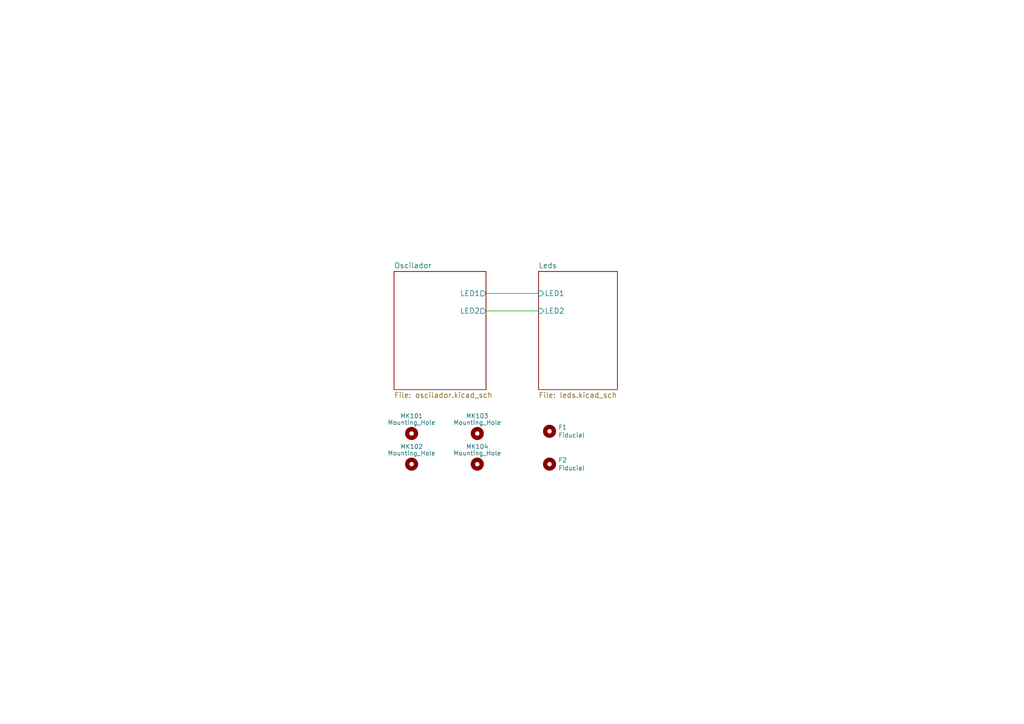
<source format=kicad_sch>
(kicad_sch (version 20231120) (generator "eeschema") (generator_version "8.0")
  (paper "A4")
  (title_block (title "OSCILIADOR CON 40106 Y DOS LEDS") (date "2024-09-02") (rev "1.0") (company "Curso KiCad Multicapa") (comment 1 "Autor: Diego Brengi"))
  (lib_symbols
    (symbol "Mechanical:MountingHole" (pin_names (offset 1.016)) (exclude_from_sim yes) (in_bom no)
      (property "Reference" "H" (at 0 5.08 0))
      (property "Value" "MountingHole" (at 0 3.175 0))
      (symbol "MountingHole_0_1"
        (circle (center 0 0) (radius 1.27) (stroke (width 1.27)))
      )
    )
  )
  (wire (pts (xy 140.97 85.09) (xy 156.21 85.09)))
  (wire (pts (xy 140.97 90.17) (xy 156.21 90.17)))
  (symbol (lib_id "Mechanical:MountingHole") (at 119.38 125.73 0) (unit 1) (exclude_from_sim yes) (in_bom no)
    (property "Reference" "MK101" (at 119.38 120.65 0))
    (property "Value" "Mounting_Hole" (at 119.38 122.555 0))
    (property "Footprint" "MountingHole:MountingHole_2.2mm_M2" (effects (hide yes)))
    (property "Description" "Mounting Hole without connection" (effects (hide yes)))
  )
  (symbol (lib_id "Mechanical:MountingHole") (at 119.38 134.62 0) (unit 1) (exclude_from_sim yes) (in_bom no)
    (property "Reference" "MK102" (at 119.38 129.54 0))
    (property "Value" "Mounting_Hole" (at 119.38 131.445 0))
    (property "Footprint" "MountingHole:MountingHole_2.2mm_M2" (effects (hide yes)))
    (property "Description" "Mounting Hole without connection" (effects (hide yes)))
  )
  (symbol (lib_id "Mechanical:MountingHole") (at 138.43 125.73 0) (unit 1) (exclude_from_sim yes) (in_bom no)
    (property "Reference" "MK103" (at 138.43 120.65 0))
    (property "Value" "Mounting_Hole" (at 138.43 122.555 0))
    (property "Footprint" "MountingHole:MountingHole_2.2mm_M2" (effects (hide yes)))
    (property "Description" "Mounting Hole without connection" (effects (hide yes)))
  )
  (symbol (lib_id "Mechanical:MountingHole") (at 138.43 134.62 0) (unit 1) (exclude_from_sim yes) (in_bom no)
    (property "Reference" "MK104" (at 138.43 129.54 0))
    (property "Value" "Mounting_Hole" (at 138.43 131.445 0))
    (property "Footprint" "MountingHole:MountingHole_2.2mm_M2" (effects (hide yes)))
    (property "Description" "Mounting Hole without connection" (effects (hide yes)))
  )
  (symbol (lib_id "Mechanical:MountingHole") (at 159.385 125.095 0) (unit 1)
    (property "Reference" "F1" (at 161.925 123.9266 0) (effects (justify left)))
    (property "Value" "Fiducial" (at 161.925 126.238 0) (effects (justify left)))
    (property "Footprint" "Fiducial:Fiducial_1mm_Mask2mm" (effects (hide yes)))
  )
  (symbol (lib_id "Mechanical:MountingHole") (at 159.385 134.62 0) (unit 1)
    (property "Reference" "F2" (at 161.925 133.4516 0) (effects (justify left)))
    (property "Value" "Fiducial" (at 161.925 135.763 0) (effects (justify left)))
    (property "Footprint" "Fiducial:Fiducial_1mm_Mask2mm" (effects (hide yes)))
  )
  (sheet (at 114.3 78.74) (size 26.67 34.29)
    (property "Sheetname" "Oscilador" (at 114.3 77.9014 0) (effects (font (size 1.524 1.524)) (justify left bottom)))
    (property "Sheetfile" "oscilador.kicad_sch" (at 114.3 113.7162 0) (effects (font (size 1.524 1.524)) (justify left top)))
    (pin "LED1" output (at 140.97 85.09 0) (effects (font (size 1.524 1.524))))
    (pin "LED2" output (at 140.97 90.17 0) (effects (font (size 1.524 1.524))))
  )
  (sheet (at 156.21 78.74) (size 22.86 34.29)
    (property "Sheetname" "Leds" (at 156.21 77.9014 0) (effects (font (size 1.524 1.524)) (justify left bottom)))
    (property "Sheetfile" "leds.kicad_sch" (at 156.21 113.7162 0) (effects (font (size 1.524 1.524)) (justify left top)))
    (pin "LED1" input (at 156.21 85.09 180) (effects (font (size 1.524 1.524))))
    (pin "LED2" input (at 156.21 90.17 180) (effects (font (size 1.524 1.524))))
  )
)
</source>
